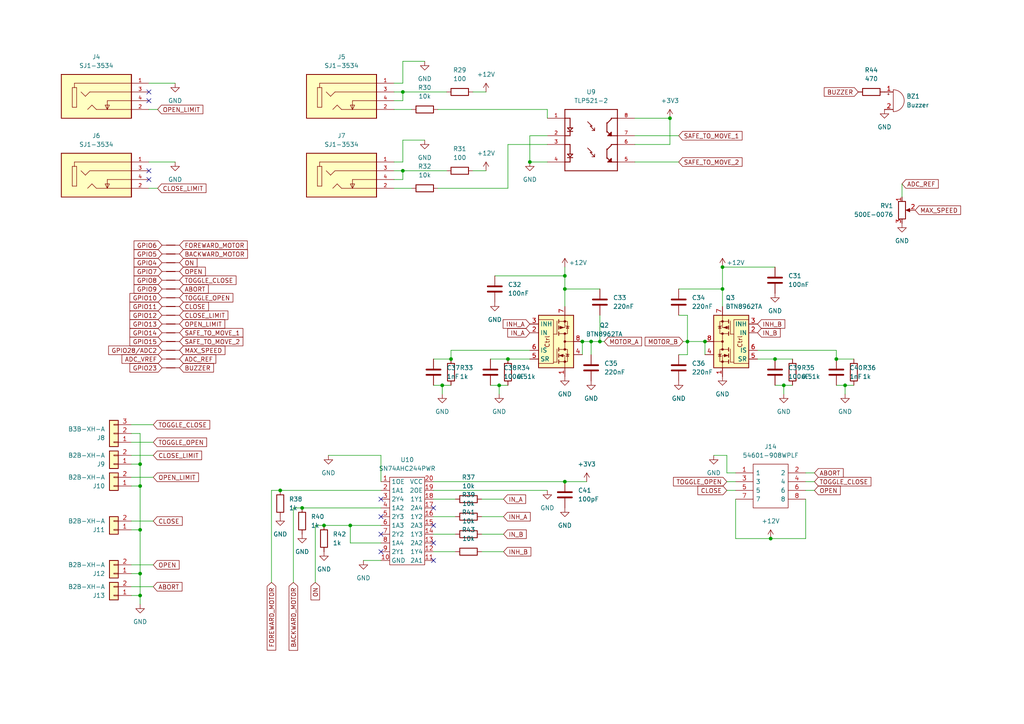
<source format=kicad_sch>
(kicad_sch (version 20211123) (generator eeschema)
  (paper "A4")
  (lib_symbols
    (symbol "01-rickbassham:54601-908WPLF" (pin_names (offset 0.762))
      (property "Reference" "J" (at 16.51 7.62 0))
      (property "Value" "54601-908WPLF" (at 16.51 5.08 0))
      (symbol "54601-908WPLF_0_0"
        (pin passive line (at 0 0 0) (length 5.08) (name "1") (number "1"))
        (pin passive line (at 20.32 0 180) (length 5.08) (name "2") (number "2"))
        (pin passive line (at 0 -2.54 0) (length 5.08) (name "3") (number "3"))
        (pin passive line (at 20.32 -2.54 180) (length 5.08) (name "4") (number "4"))
        (pin passive line (at 0 -5.08 0) (length 5.08) (name "5") (number "5"))
        (pin passive line (at 20.32 -5.08 180) (length 5.08) (name "6") (number "6"))
        (pin passive line (at 0 -7.62 0) (length 5.08) (name "7") (number "7"))
        (pin passive line (at 20.32 -7.62 180) (length 5.08) (name "8") (number "8"))
      )
    )
    (symbol "01-rickbassham:BTN8982TA"
      (property "Reference" "Q" (at 6.35 5.715 0))
      (property "Value" "BTN8982TA" (at 6.35 3.81 0))
      (symbol "BTN8982TA_1_0"
        (text "Ctrl" (at -2.54 0 900) (effects (font (size 1.27 1.27))))
      )
      (symbol "BTN8982TA_1_1"
        (pin power_in line (at 2.54 -10.16 90) (length 2.54) (name "~") (number "1"))
        (pin input line (at -7.62 2.54 0) (length 2.54) (name "IN") (number "2"))
        (pin input line (at -7.62 5.08 0) (length 2.54) (name "INH") (number "3"))
        (pin output line (at 7.62 -3.81 180) (length 2.54) (name "") (number "4"))
        (pin passive line (at 7.62 0 180) (length 2.54) hide (name "~") (number "4"))
        (pin input line (at -7.62 -5.08 0) (length 2.54) (name "SR") (number "5"))
        (pin output line (at -7.62 -2.54 0) (length 2.54) (name "IS") (number "6"))
        (pin power_in line (at 2.54 10.16 270) (length 2.54) (name "~") (number "7"))
        (pin passive line (at 7.62 0 180) (length 2.54) (name "~") (number "8"))
      )
    )
    (symbol "01-rickbassham:SJ1-3534" (pin_names (offset 1.016) hide)
      (property "Reference" "J" (at -10.16 7.62 0))
      (property "Value" "SJ1-3534" (at -10.16 -12.7 0))
      (symbol "SJ1-3534_0_0"
        (pin passive line (at 15.24 2.54 180) (length 5.08) (name "~") (number "1"))
        (pin passive line (at 15.24 -5.08 180) (length 5.08) (name "~") (number "2"))
        (pin passive line (at 15.24 0 180) (length 5.08) (name "~") (number "3"))
        (pin passive line (at 15.24 -2.54 180) (length 5.08) (name "~") (number "4"))
      )
    )
    (symbol "01-rickbassham:SN74AHC244PWR"
      (property "Reference" "U" (at 0 0 0))
      (property "Value" "SN74AHC244PWR" (at 0 2.54 0))
      (symbol "SN74AHC244PWR_1_1"
        (pin input line (at -7.62 -3.81 0) (length 2.54) (name "1OE") (number "1"))
        (pin passive line (at -7.62 -26.67 0) (length 2.54) (name "GND") (number "10"))
        (pin input line (at 7.62 -26.67 180) (length 2.54) (name "2A1") (number "11"))
        (pin output line (at 7.62 -24.13 180) (length 2.54) (name "1Y4") (number "12"))
        (pin input line (at 7.62 -21.59 180) (length 2.54) (name "2A2") (number "13"))
        (pin output line (at 7.62 -19.05 180) (length 2.54) (name "1Y3") (number "14"))
        (pin input line (at 7.62 -16.51 180) (length 2.54) (name "2A3") (number "15"))
        (pin output line (at 7.62 -13.97 180) (length 2.54) (name "1Y2") (number "16"))
        (pin input line (at 7.62 -11.43 180) (length 2.54) (name "2A4") (number "17"))
        (pin output line (at 7.62 -8.89 180) (length 2.54) (name "1Y1") (number "18"))
        (pin input line (at 7.62 -6.35 180) (length 2.54) (name "2OE") (number "19"))
        (pin input line (at -7.62 -6.35 0) (length 2.54) (name "1A1") (number "2"))
        (pin passive line (at 7.62 -3.81 180) (length 2.54) (name "VCC") (number "20"))
        (pin output line (at -7.62 -8.89 0) (length 2.54) (name "2Y4") (number "3"))
        (pin input line (at -7.62 -11.43 0) (length 2.54) (name "1A2") (number "4"))
        (pin output line (at -7.62 -13.97 0) (length 2.54) (name "2Y3") (number "5"))
        (pin input line (at -7.62 -16.51 0) (length 2.54) (name "1A3") (number "6"))
        (pin output line (at -7.62 -19.05 0) (length 2.54) (name "2Y2") (number "7"))
        (pin input line (at -7.62 -21.59 0) (length 2.54) (name "1A4") (number "8"))
        (pin output line (at -7.62 -24.13 0) (length 2.54) (name "2Y1") (number "9"))
      )
    )
    (symbol "01-rickbassham:TLP521-2" (pin_names (offset 1.016) hide)
      (property "Reference" "U" (at -7.62 10.16 0))
      (property "Value" "TLP521-2" (at -7.62 -10.16 0))
      (symbol "TLP521-2_0_0"
        (pin passive line (at -12.7 7.62 0) (length 5.08) (name "~") (number "1"))
        (pin passive line (at -12.7 2.54 0) (length 5.08) (name "~") (number "2"))
        (pin passive line (at -12.7 0 0) (length 5.08) (name "~") (number "3"))
        (pin passive line (at -12.7 -5.08 0) (length 5.08) (name "~") (number "4"))
        (pin passive line (at 12.7 -5.08 180) (length 5.08) (name "~") (number "5"))
        (pin passive line (at 12.7 0 180) (length 5.08) (name "~") (number "6"))
        (pin passive line (at 12.7 2.54 180) (length 5.08) (name "~") (number "7"))
        (pin passive line (at 12.7 7.62 180) (length 5.08) (name "~") (number "8"))
      )
    )
    (symbol "Connector_Generic:Conn_01x02" (pin_names (offset 1.016) hide)
      (property "Reference" "J" (at 0 2.54 0))
      (property "Value" "Conn_01x02" (at 0 -5.08 0))
      (symbol "Conn_01x02_1_1"
        (pin passive line (at -5.08 0 0) (length 3.81) (name "Pin_1") (number "1"))
        (pin passive line (at -5.08 -2.54 0) (length 3.81) (name "Pin_2") (number "2"))
      )
    )
    (symbol "Connector_Generic:Conn_01x03" (pin_names (offset 1.016) hide)
      (property "Reference" "J" (at 0 5.08 0))
      (property "Value" "Conn_01x03" (at 0 -5.08 0))
      (symbol "Conn_01x03_1_1"
        (pin passive line (at -5.08 2.54 0) (length 3.81) (name "Pin_1") (number "1"))
        (pin passive line (at -5.08 0 0) (length 3.81) (name "Pin_2") (number "2"))
        (pin passive line (at -5.08 -2.54 0) (length 3.81) (name "Pin_3") (number "3"))
      )
    )
    (symbol "Device:Buzzer" (pin_names (offset 0.0254) hide)
      (property "Reference" "BZ" (at 3.81 1.27 0))
      (property "Value" "Buzzer" (at 3.81 -1.27 0))
      (symbol "Buzzer_1_1"
        (pin passive line (at -2.54 2.54 0) (length 2.54) (name "-") (number "1"))
        (pin passive line (at -2.54 -2.54 0) (length 2.54) (name "+") (number "2"))
      )
    )
    (symbol "Device:C" (pin_numbers hide) (pin_names (offset 0.254))
      (property "Reference" "C" (at 0.635 2.54 0))
      (property "Value" "C" (at 0.635 -2.54 0))
      (symbol "C_1_1"
        (pin passive line (at 0 3.81 270) (length 2.794) (name "~") (number "1"))
        (pin passive line (at 0 -3.81 90) (length 2.794) (name "~") (number "2"))
      )
    )
    (symbol "Device:NetTie_2" (pin_numbers hide) (pin_names (offset 0) hide)
      (property "Reference" "NT" (at 0 1.27 0))
      (property "Value" "NetTie_2" (at 0 -1.27 0))
      (symbol "NetTie_2_1_1"
        (pin passive line (at -2.54 0 0) (length 2.54) (name "1") (number "1"))
        (pin passive line (at 2.54 0 180) (length 2.54) (name "2") (number "2"))
      )
    )
    (symbol "Device:R" (pin_numbers hide) (pin_names (offset 0))
      (property "Reference" "R" (at 2.032 0 90))
      (property "Value" "R" (at 0 0 90))
      (symbol "R_1_1"
        (pin passive line (at 0 3.81 270) (length 1.27) (name "~") (number "1"))
        (pin passive line (at 0 -3.81 90) (length 1.27) (name "~") (number "2"))
      )
    )
    (symbol "Device:R_Potentiometer" (pin_names (offset 1.016) hide)
      (property "Reference" "RV" (at -4.445 0 90))
      (property "Value" "R_Potentiometer" (at -2.54 0 90))
      (symbol "R_Potentiometer_1_1"
        (pin passive line (at 0 3.81 270) (length 1.27) (name "1") (number "1"))
        (pin passive line (at 3.81 0 180) (length 1.27) (name "2") (number "2"))
        (pin passive line (at 0 -3.81 90) (length 1.27) (name "3") (number "3"))
      )
    )
    (symbol "power:+12V" (power) (pin_names (offset 0))
      (property "Value" "+12V" (at 0 3.556 0))
      (symbol "+12V_1_1"
        (pin power_in line (at 0 0 90) (length 0) hide (name "+12V") (number "1"))
      )
    )
    (symbol "power:+3.3V" (power) (pin_names (offset 0))
      (property "Value" "+3.3V" (at 0 3.556 0))
      (symbol "+3.3V_1_1"
        (pin power_in line (at 0 0 90) (length 0) hide (name "+3V3") (number "1"))
      )
    )
    (symbol "power:GND" (power) (pin_names (offset 0))
      (property "Value" "GND" (at 0 -3.81 0))
      (symbol "GND_1_1"
        (pin power_in line (at 0 0 270) (length 0) hide (name "GND") (number "1"))
      )
    )
  )
  (junction (at 171.45 99.06))
  (junction (at 223.52 156.21))
  (junction (at 81.28 142.24))
  (junction (at 128.27 111.76))
  (junction (at 87.63 147.32))
  (junction (at 116.84 49.53))
  (junction (at 242.57 104.14))
  (junction (at 163.83 80.01))
  (junction (at 153.67 46.99))
  (junction (at 101.6 152.4))
  (junction (at 40.64 166.37))
  (junction (at 144.78 111.76))
  (junction (at 204.47 99.06))
  (junction (at 209.55 77.47))
  (junction (at 168.91 99.06))
  (junction (at 116.84 26.67))
  (junction (at 227.33 111.76))
  (junction (at 93.98 152.4))
  (junction (at 40.64 134.62))
  (junction (at 147.32 104.14))
  (junction (at 40.64 153.67))
  (junction (at 209.55 83.82))
  (junction (at 194.31 34.29))
  (junction (at 163.83 83.82))
  (junction (at 224.79 104.14))
  (junction (at 173.99 99.06))
  (junction (at 40.64 140.97))
  (junction (at 130.81 104.14))
  (junction (at 40.64 172.72))
  (junction (at 245.11 111.76))
  (junction (at 163.83 139.7))
  (junction (at 199.39 99.06))
  (no_connect (at 43.18 29.21))
  (no_connect (at 110.49 149.86))
  (no_connect (at 125.73 157.48))
  (no_connect (at 43.18 49.53))
  (no_connect (at 125.73 147.32))
  (no_connect (at 43.18 26.67))
  (no_connect (at 43.18 52.07))
  (no_connect (at 110.49 160.02))
  (no_connect (at 125.73 152.4))
  (no_connect (at 110.49 154.94))
  (no_connect (at 125.73 162.56))
  (no_connect (at 110.49 144.78))
  (wire (pts (xy 163.83 83.82) (xy 163.83 88.9)))
  (wire (pts (xy 110.49 157.48) (xy 101.6 157.48)))
  (wire (pts (xy 196.85 91.44) (xy 199.39 91.44)))
  (wire (pts (xy 114.3 46.99) (xy 116.84 46.99)))
  (wire (pts (xy 147.32 54.61) (xy 147.32 41.91)))
  (wire (pts (xy 144.78 111.76) (xy 144.78 114.3)))
  (wire (pts (xy 125.73 142.24) (xy 158.75 142.24)))
  (wire (pts (xy 78.74 168.91) (xy 78.74 142.24)))
  (wire (pts (xy 114.3 24.13) (xy 116.84 24.13)))
  (wire (pts (xy 219.71 104.14) (xy 224.79 104.14)))
  (wire (pts (xy 168.91 99.06) (xy 171.45 99.06)))
  (wire (pts (xy 95.25 132.08) (xy 110.49 132.08)))
  (wire (pts (xy 101.6 157.48) (xy 101.6 152.4)))
  (wire (pts (xy 209.55 77.47) (xy 209.55 83.82)))
  (wire (pts (xy 125.73 160.02) (xy 132.08 160.02)))
  (wire (pts (xy 163.83 83.82) (xy 173.99 83.82)))
  (wire (pts (xy 198.12 99.06) (xy 199.39 99.06)))
  (wire (pts (xy 209.55 77.47) (xy 224.79 77.47)))
  (wire (pts (xy 110.49 132.08) (xy 110.49 139.7)))
  (wire (pts (xy 142.24 111.76) (xy 144.78 111.76)))
  (wire (pts (xy 125.73 111.76) (xy 128.27 111.76)))
  (wire (pts (xy 38.1 163.83) (xy 44.45 163.83)))
  (wire (pts (xy 139.7 160.02) (xy 146.05 160.02)))
  (wire (pts (xy 213.36 156.21) (xy 223.52 156.21)))
  (wire (pts (xy 261.62 53.34) (xy 261.62 57.15)))
  (wire (pts (xy 173.99 99.06) (xy 175.26 99.06)))
  (wire (pts (xy 125.73 149.86) (xy 132.08 149.86)))
  (wire (pts (xy 137.16 49.53) (xy 140.97 49.53)))
  (wire (pts (xy 210.82 132.08) (xy 207.01 132.08)))
  (wire (pts (xy 125.73 139.7) (xy 163.83 139.7)))
  (wire (pts (xy 125.73 104.14) (xy 130.81 104.14)))
  (wire (pts (xy 168.91 99.06) (xy 168.91 102.87)))
  (wire (pts (xy 38.1 166.37) (xy 40.64 166.37)))
  (wire (pts (xy 173.99 91.44) (xy 173.99 99.06)))
  (wire (pts (xy 204.47 99.06) (xy 204.47 102.87)))
  (wire (pts (xy 91.44 168.91) (xy 91.44 152.4)))
  (wire (pts (xy 199.39 91.44) (xy 199.39 99.06)))
  (wire (pts (xy 43.18 46.99) (xy 50.8 46.99)))
  (wire (pts (xy 242.57 104.14) (xy 247.65 104.14)))
  (wire (pts (xy 196.85 46.99) (xy 184.15 46.99)))
  (wire (pts (xy 40.64 172.72) (xy 40.64 175.26)))
  (wire (pts (xy 114.3 26.67) (xy 116.84 26.67)))
  (wire (pts (xy 171.45 99.06) (xy 171.45 102.87)))
  (wire (pts (xy 105.41 162.56) (xy 110.49 162.56)))
  (wire (pts (xy 38.1 138.43) (xy 44.45 138.43)))
  (wire (pts (xy 210.82 137.16) (xy 213.36 137.16)))
  (wire (pts (xy 114.3 31.75) (xy 119.38 31.75)))
  (wire (pts (xy 116.84 29.21) (xy 116.84 26.67)))
  (wire (pts (xy 233.68 144.78) (xy 233.68 156.21)))
  (wire (pts (xy 130.81 101.6) (xy 130.81 104.14)))
  (wire (pts (xy 153.67 46.99) (xy 158.75 46.99)))
  (wire (pts (xy 40.64 153.67) (xy 40.64 166.37)))
  (wire (pts (xy 116.84 26.67) (xy 129.54 26.67)))
  (wire (pts (xy 38.1 123.19) (xy 44.45 123.19)))
  (wire (pts (xy 245.11 111.76) (xy 247.65 111.76)))
  (wire (pts (xy 91.44 152.4) (xy 93.98 152.4)))
  (wire (pts (xy 147.32 41.91) (xy 158.75 41.91)))
  (wire (pts (xy 171.45 99.06) (xy 173.99 99.06)))
  (wire (pts (xy 153.67 39.37) (xy 153.67 46.99)))
  (wire (pts (xy 140.97 26.67) (xy 137.16 26.67)))
  (wire (pts (xy 85.09 168.91) (xy 85.09 147.32)))
  (wire (pts (xy 153.67 101.6) (xy 130.81 101.6)))
  (wire (pts (xy 43.18 24.13) (xy 50.8 24.13)))
  (wire (pts (xy 163.83 80.01) (xy 163.83 83.82)))
  (wire (pts (xy 210.82 137.16) (xy 210.82 132.08)))
  (wire (pts (xy 116.84 17.78) (xy 123.19 17.78)))
  (wire (pts (xy 139.7 149.86) (xy 146.05 149.86)))
  (wire (pts (xy 101.6 152.4) (xy 110.49 152.4)))
  (wire (pts (xy 114.3 54.61) (xy 119.38 54.61)))
  (wire (pts (xy 163.83 77.47) (xy 163.83 80.01)))
  (wire (pts (xy 38.1 170.18) (xy 44.45 170.18)))
  (wire (pts (xy 209.55 83.82) (xy 209.55 88.9)))
  (wire (pts (xy 43.18 31.75) (xy 45.72 31.75)))
  (wire (pts (xy 242.57 101.6) (xy 242.57 104.14)))
  (wire (pts (xy 127 54.61) (xy 147.32 54.61)))
  (wire (pts (xy 128.27 111.76) (xy 128.27 114.3)))
  (wire (pts (xy 227.33 111.76) (xy 229.87 111.76)))
  (wire (pts (xy 38.1 128.27) (xy 44.45 128.27)))
  (wire (pts (xy 43.18 54.61) (xy 45.72 54.61)))
  (wire (pts (xy 196.85 102.87) (xy 199.39 102.87)))
  (wire (pts (xy 194.31 34.29) (xy 194.31 41.91)))
  (wire (pts (xy 38.1 125.73) (xy 40.64 125.73)))
  (wire (pts (xy 219.71 101.6) (xy 242.57 101.6)))
  (wire (pts (xy 139.7 154.94) (xy 146.05 154.94)))
  (wire (pts (xy 38.1 132.08) (xy 44.45 132.08)))
  (wire (pts (xy 40.64 125.73) (xy 40.64 134.62)))
  (wire (pts (xy 223.52 156.21) (xy 233.68 156.21)))
  (wire (pts (xy 210.82 142.24) (xy 213.36 142.24)))
  (wire (pts (xy 38.1 153.67) (xy 40.64 153.67)))
  (wire (pts (xy 125.73 154.94) (xy 132.08 154.94)))
  (wire (pts (xy 78.74 142.24) (xy 81.28 142.24)))
  (wire (pts (xy 114.3 49.53) (xy 116.84 49.53)))
  (wire (pts (xy 81.28 142.24) (xy 110.49 142.24)))
  (wire (pts (xy 40.64 140.97) (xy 40.64 153.67)))
  (wire (pts (xy 128.27 111.76) (xy 130.81 111.76)))
  (wire (pts (xy 233.68 139.7) (xy 236.22 139.7)))
  (wire (pts (xy 38.1 151.13) (xy 44.45 151.13)))
  (wire (pts (xy 233.68 137.16) (xy 236.22 137.16)))
  (wire (pts (xy 116.84 40.64) (xy 123.19 40.64)))
  (wire (pts (xy 224.79 104.14) (xy 229.87 104.14)))
  (wire (pts (xy 38.1 140.97) (xy 40.64 140.97)))
  (wire (pts (xy 127 31.75) (xy 158.75 31.75)))
  (wire (pts (xy 210.82 139.7) (xy 213.36 139.7)))
  (wire (pts (xy 196.85 83.82) (xy 209.55 83.82)))
  (wire (pts (xy 199.39 99.06) (xy 204.47 99.06)))
  (wire (pts (xy 213.36 144.78) (xy 213.36 156.21)))
  (wire (pts (xy 38.1 172.72) (xy 40.64 172.72)))
  (wire (pts (xy 184.15 39.37) (xy 196.85 39.37)))
  (wire (pts (xy 158.75 31.75) (xy 158.75 34.29)))
  (wire (pts (xy 163.83 139.7) (xy 170.18 139.7)))
  (wire (pts (xy 87.63 147.32) (xy 110.49 147.32)))
  (wire (pts (xy 158.75 39.37) (xy 153.67 39.37)))
  (wire (pts (xy 184.15 34.29) (xy 194.31 34.29)))
  (wire (pts (xy 142.24 104.14) (xy 147.32 104.14)))
  (wire (pts (xy 38.1 134.62) (xy 40.64 134.62)))
  (wire (pts (xy 245.11 111.76) (xy 245.11 114.3)))
  (wire (pts (xy 147.32 104.14) (xy 153.67 104.14)))
  (wire (pts (xy 224.79 111.76) (xy 227.33 111.76)))
  (wire (pts (xy 116.84 52.07) (xy 116.84 49.53)))
  (wire (pts (xy 116.84 24.13) (xy 116.84 17.78)))
  (wire (pts (xy 40.64 166.37) (xy 40.64 172.72)))
  (wire (pts (xy 242.57 111.76) (xy 245.11 111.76)))
  (wire (pts (xy 144.78 111.76) (xy 147.32 111.76)))
  (wire (pts (xy 143.51 80.01) (xy 163.83 80.01)))
  (wire (pts (xy 93.98 152.4) (xy 101.6 152.4)))
  (wire (pts (xy 199.39 102.87) (xy 199.39 99.06)))
  (wire (pts (xy 125.73 144.78) (xy 132.08 144.78)))
  (wire (pts (xy 116.84 46.99) (xy 116.84 40.64)))
  (wire (pts (xy 233.68 142.24) (xy 236.22 142.24)))
  (wire (pts (xy 40.64 134.62) (xy 40.64 140.97)))
  (wire (pts (xy 114.3 52.07) (xy 116.84 52.07)))
  (wire (pts (xy 139.7 144.78) (xy 146.05 144.78)))
  (wire (pts (xy 114.3 29.21) (xy 116.84 29.21)))
  (wire (pts (xy 184.15 41.91) (xy 194.31 41.91)))
  (wire (pts (xy 116.84 49.53) (xy 129.54 49.53)))
  (wire (pts (xy 227.33 111.76) (xy 227.33 114.3)))
  (wire (pts (xy 85.09 147.32) (xy 87.63 147.32)))
  (global_label "GPIO11" (shape input) (at 46.99 88.9 180) (property "Intersheet References" "${INTERSHEET_REFS}" (effects hide)))
  (global_label "GPIO8" (shape input) (at 46.99 81.28 180) (property "Intersheet References" "${INTERSHEET_REFS}" (effects hide)))
  (global_label "BUZZER" (shape input) (at 248.92 26.67 180) (property "Intersheet References" "${INTERSHEET_REFS}" (effects hide)))
  (global_label "INH_A" (shape input) (at 153.67 93.98 180) (property "Intersheet References" "${INTERSHEET_REFS}" (effects hide)))
  (global_label "GPIO9" (shape input) (at 46.99 83.82 180) (property "Intersheet References" "${INTERSHEET_REFS}" (effects hide)))
  (global_label "TOGGLE_OPEN" (shape input) (at 210.82 139.7 180) (property "Intersheet References" "${INTERSHEET_REFS}" (effects hide)))
  (global_label "CLOSE_LIMIT" (shape input) (at 45.72 54.61 0) (property "Intersheet References" "${INTERSHEET_REFS}" (effects hide)))
  (global_label "BUZZER" (shape input) (at 52.07 106.68 0) (property "Intersheet References" "${INTERSHEET_REFS}" (effects hide)))
  (global_label "MOTOR_A" (shape input) (at 175.26 99.06 0) (property "Intersheet References" "${INTERSHEET_REFS}" (effects hide)))
  (global_label "TOGGLE_CLOSE" (shape input) (at 236.22 139.7 0) (property "Intersheet References" "${INTERSHEET_REFS}" (effects hide)))
  (global_label "ABORT" (shape input) (at 44.45 170.18 0) (property "Intersheet References" "${INTERSHEET_REFS}" (effects hide)))
  (global_label "FOREWARD_MOTOR" (shape input) (at 52.07 71.12 0) (property "Intersheet References" "${INTERSHEET_REFS}" (effects hide)))
  (global_label "MOTOR_B" (shape input) (at 198.12 99.06 180) (property "Intersheet References" "${INTERSHEET_REFS}" (effects hide)))
  (global_label "INH_B" (shape input) (at 219.71 93.98 0) (property "Intersheet References" "${INTERSHEET_REFS}" (effects hide)))
  (global_label "CLOSE_LIMIT" (shape input) (at 44.45 132.08 0) (property "Intersheet References" "${INTERSHEET_REFS}" (effects hide)))
  (global_label "ADC_VREF" (shape input) (at 46.99 104.14 180) (property "Intersheet References" "${INTERSHEET_REFS}" (effects hide)))
  (global_label "ON" (shape input) (at 52.07 76.2 0) (property "Intersheet References" "${INTERSHEET_REFS}" (effects hide)))
  (global_label "CLOSE_LIMIT" (shape input) (at 52.07 91.44 0) (property "Intersheet References" "${INTERSHEET_REFS}" (effects hide)))
  (global_label "OPEN_LIMIT" (shape input) (at 44.45 138.43 0) (property "Intersheet References" "${INTERSHEET_REFS}" (effects hide)))
  (global_label "TOGGLE_CLOSE" (shape input) (at 52.07 81.28 0) (property "Intersheet References" "${INTERSHEET_REFS}" (effects hide)))
  (global_label "ADC_REF" (shape input) (at 52.07 104.14 0) (property "Intersheet References" "${INTERSHEET_REFS}" (effects hide)))
  (global_label "GPIO28{slash}ADC2" (shape input) (at 46.99 101.6 180) (property "Intersheet References" "${INTERSHEET_REFS}" (effects hide)))
  (global_label "SAFE_TO_MOVE_2" (shape input) (at 196.85 46.99 0) (property "Intersheet References" "${INTERSHEET_REFS}" (effects hide)))
  (global_label "CLOSE" (shape input) (at 52.07 88.9 0) (property "Intersheet References" "${INTERSHEET_REFS}" (effects hide)))
  (global_label "GPIO5" (shape input) (at 46.99 73.66 180) (property "Intersheet References" "${INTERSHEET_REFS}" (effects hide)))
  (global_label "GPIO12" (shape input) (at 46.99 91.44 180) (property "Intersheet References" "${INTERSHEET_REFS}" (effects hide)))
  (global_label "CLOSE" (shape input) (at 44.45 151.13 0) (property "Intersheet References" "${INTERSHEET_REFS}" (effects hide)))
  (global_label "GPIO6" (shape input) (at 46.99 71.12 180) (property "Intersheet References" "${INTERSHEET_REFS}" (effects hide)))
  (global_label "OPEN_LIMIT" (shape input) (at 52.07 93.98 0) (property "Intersheet References" "${INTERSHEET_REFS}" (effects hide)))
  (global_label "MAX_SPEED" (shape input) (at 52.07 101.6 0) (property "Intersheet References" "${INTERSHEET_REFS}" (effects hide)))
  (global_label "OPEN_LIMIT" (shape input) (at 45.72 31.75 0) (property "Intersheet References" "${INTERSHEET_REFS}" (effects hide)))
  (global_label "SAFE_TO_MOVE_1" (shape input) (at 196.85 39.37 0) (property "Intersheet References" "${INTERSHEET_REFS}" (effects hide)))
  (global_label "OPEN" (shape input) (at 52.07 78.74 0) (property "Intersheet References" "${INTERSHEET_REFS}" (effects hide)))
  (global_label "FOREWARD_MOTOR" (shape input) (at 78.74 168.91 270) (property "Intersheet References" "${INTERSHEET_REFS}" (effects hide)))
  (global_label "GPIO14" (shape input) (at 46.99 96.52 180) (property "Intersheet References" "${INTERSHEET_REFS}" (effects hide)))
  (global_label "OPEN" (shape input) (at 44.45 163.83 0) (property "Intersheet References" "${INTERSHEET_REFS}" (effects hide)))
  (global_label "GPIO13" (shape input) (at 46.99 93.98 180) (property "Intersheet References" "${INTERSHEET_REFS}" (effects hide)))
  (global_label "GPIO7" (shape input) (at 46.99 78.74 180) (property "Intersheet References" "${INTERSHEET_REFS}" (effects hide)))
  (global_label "CLOSE" (shape input) (at 210.82 142.24 180) (property "Intersheet References" "${INTERSHEET_REFS}" (effects hide)))
  (global_label "GPIO23" (shape input) (at 46.99 106.68 180) (property "Intersheet References" "${INTERSHEET_REFS}" (effects hide)))
  (global_label "GPIO10" (shape input) (at 46.99 86.36 180) (property "Intersheet References" "${INTERSHEET_REFS}" (effects hide)))
  (global_label "GPIO4" (shape input) (at 46.99 76.2 180) (property "Intersheet References" "${INTERSHEET_REFS}" (effects hide)))
  (global_label "OPEN" (shape input) (at 236.22 142.24 0) (property "Intersheet References" "${INTERSHEET_REFS}" (effects hide)))
  (global_label "IN_A" (shape input) (at 146.05 144.78 0) (property "Intersheet References" "${INTERSHEET_REFS}" (effects hide)))
  (global_label "ON" (shape input) (at 91.44 168.91 270) (property "Intersheet References" "${INTERSHEET_REFS}" (effects hide)))
  (global_label "SAFE_TO_MOVE_2" (shape input) (at 52.07 99.06 0) (property "Intersheet References" "${INTERSHEET_REFS}" (effects hide)))
  (global_label "BACKWARD_MOTOR" (shape input) (at 85.09 168.91 270) (property "Intersheet References" "${INTERSHEET_REFS}" (effects hide)))
  (global_label "IN_A" (shape input) (at 153.67 96.52 180) (property "Intersheet References" "${INTERSHEET_REFS}" (effects hide)))
  (global_label "BACKWARD_MOTOR" (shape input) (at 52.07 73.66 0) (property "Intersheet References" "${INTERSHEET_REFS}" (effects hide)))
  (global_label "ABORT" (shape input) (at 52.07 83.82 0) (property "Intersheet References" "${INTERSHEET_REFS}" (effects hide)))
  (global_label "GPIO15" (shape input) (at 46.99 99.06 180) (property "Intersheet References" "${INTERSHEET_REFS}" (effects hide)))
  (global_label "ABORT" (shape input) (at 236.22 137.16 0) (property "Intersheet References" "${INTERSHEET_REFS}" (effects hide)))
  (global_label "INH_B" (shape input) (at 146.05 160.02 0) (property "Intersheet References" "${INTERSHEET_REFS}" (effects hide)))
  (global_label "SAFE_TO_MOVE_1" (shape input) (at 52.07 96.52 0) (property "Intersheet References" "${INTERSHEET_REFS}" (effects hide)))
  (global_label "TOGGLE_OPEN" (shape input) (at 44.45 128.27 0) (property "Intersheet References" "${INTERSHEET_REFS}" (effects hide)))
  (global_label "MAX_SPEED" (shape input) (at 265.43 60.96 0) (property "Intersheet References" "${INTERSHEET_REFS}" (effects hide)))
  (global_label "TOGGLE_OPEN" (shape input) (at 52.07 86.36 0) (property "Intersheet References" "${INTERSHEET_REFS}" (effects hide)))
  (global_label "IN_B" (shape input) (at 219.71 96.52 0) (property "Intersheet References" "${INTERSHEET_REFS}" (effects hide)))
  (global_label "INH_A" (shape input) (at 146.05 149.86 0) (property "Intersheet References" "${INTERSHEET_REFS}" (effects hide)))
  (global_label "ADC_REF" (shape input) (at 261.62 53.34 0) (property "Intersheet References" "${INTERSHEET_REFS}" (effects hide)))
  (global_label "TOGGLE_CLOSE" (shape input) (at 44.45 123.19 0) (property "Intersheet References" "${INTERSHEET_REFS}" (effects hide)))
  (global_label "IN_B" (shape input) (at 146.05 154.94 0) (property "Intersheet References" "${INTERSHEET_REFS}" (effects hide)))
  (symbol (lib_id "Device:R") (at 229.87 107.95 0) (unit 1)
    (property "Reference" "R35" (at 232.41 106.6799 0) (effects (justify left)))
    (property "Value" "0.51k" (at 232.41 109.2199 0) (effects (justify left)))
    (property "Footprint" "Resistor_SMD:R_0402_1005Metric" (effects hide))
    (property "jlc" "0603" (effects hide))
    (property "LCSC" "C25123" (effects hide))
  )
  (symbol (lib_id "power:GND") (at 123.19 17.78 0) (unit 1)
    (property "Reference" "#PWR056" (effects hide))
    (property "Value" "GND" (at 123.19 22.86 0))
  )
  (symbol (lib_id "01-rickbassham:54601-908WPLF") (at 213.36 137.16 0) (unit 1)
    (property "Reference" "J14" (at 223.52 129.54 0))
    (property "Value" "54601-908WPLF" (at 223.52 132.08 0))
    (property "Footprint" "01-rickbassham:54601908WPLF" (effects hide))
    (property "Datasheet" "https://cdn.amphenol-cs.com/media/wysiwyg/files/documentation/datasheet/inputoutput/io_modularjack.pdf" (effects hide))
    (property "PurchaseLink" "https://www.digikey.com/en/products/detail/amphenol-cs-fci/54601-908WPLF/1488544" (effects hide))
    (property "Manufacturer Part" "54601-908WPLF" (effects hide))
    (property "DigiKey Part" "609-5081-ND" (effects hide))
  )
  (symbol (lib_id "power:GND") (at 158.75 142.24 0) (unit 1)
    (property "Reference" "#PWR084" (effects hide))
    (property "Value" "GND" (at 158.75 147.32 0))
  )
  (symbol (lib_id "power:GND") (at 40.64 175.26 0) (unit 1)
    (property "Reference" "#PWR090" (effects hide))
    (property "Value" "GND" (at 40.64 180.34 0))
  )
  (symbol (lib_id "Device:NetTie_2") (at 49.53 101.6 0) (unit 1)
    (property "Reference" "NT13" (effects hide))
    (property "Value" "NetTie_2" (effects hide))
    (property "Footprint" "NetTie:NetTie-2_SMD_Pad0.5mm" (effects hide))
  )
  (symbol (lib_id "01-rickbassham:SJ1-3534") (at 99.06 26.67 0) (unit 1)
    (property "Reference" "J5" (at 99.06 16.51 0))
    (property "Value" "SJ1-3534" (at 99.06 19.05 0))
    (property "Footprint" "01-rickbassham:CUI_SJ1-3534" (effects hide))
    (property "PurchaseLink" "https://www.digikey.com/en/products/detail/cui-devices/SJ1-3534/738694" (effects hide))
    (property "Manufacturer Part" "SJ1-3534" (effects hide))
    (property "DigiKey Part" "CP1-3534-ND" (effects hide))
  )
  (symbol (lib_id "Device:R") (at 247.65 107.95 0) (unit 1)
    (property "Reference" "R36" (at 250.19 106.6799 0) (effects (justify left)))
    (property "Value" "1k" (at 250.19 109.2199 0) (effects (justify left)))
    (property "Footprint" "Resistor_SMD:R_0402_1005Metric" (effects hide))
    (property "jlc" "0603" (effects hide))
    (property "lcsc" "C217840" (effects hide))
    (property "LCSC" "C11702" (effects hide))
  )
  (symbol (lib_id "Device:C") (at 196.85 87.63 0) (unit 1)
    (property "Reference" "C34" (at 200.66 86.3599 0) (effects (justify left)))
    (property "Value" "220nF" (at 200.66 88.8999 0) (effects (justify left)))
    (property "Footprint" "Capacitor_SMD:C_0603_1608Metric" (effects hide))
    (property "jlc" "0603" (effects hide))
    (property "LCSC" "C21120" (effects hide))
  )
  (symbol (lib_id "Device:R") (at 135.89 149.86 270) (unit 1)
    (property "Reference" "R39" (at 135.89 143.51 90))
    (property "Value" "10k" (at 135.89 146.05 90))
    (property "Footprint" "Resistor_SMD:R_0402_1005Metric" (effects hide))
    (property "jlc" "0603" (effects hide))
    (property "LCSC" "C25744" (effects hide))
  )
  (symbol (lib_id "power:GND") (at 50.8 24.13 0) (unit 1)
    (property "Reference" "#PWR057" (effects hide))
    (property "Value" "GND" (at 50.8 29.21 0))
  )
  (symbol (lib_id "power:GND") (at 143.51 87.63 0) (unit 1)
    (property "Reference" "#PWR073" (effects hide))
    (property "Value" "GND" (at 143.51 92.71 0))
  )
  (symbol (lib_id "Device:NetTie_2") (at 49.53 93.98 0) (unit 1)
    (property "Reference" "NT10" (effects hide))
    (property "Value" "NetTie_2" (effects hide))
    (property "Footprint" "NetTie:NetTie-2_SMD_Pad0.5mm" (effects hide))
  )
  (symbol (lib_id "Device:R") (at 81.28 146.05 180) (unit 1)
    (property "Reference" "R38" (at 83.82 144.7799 0) (effects (justify right)))
    (property "Value" "1k" (at 83.82 147.3199 0) (effects (justify right)))
    (property "Footprint" "Resistor_SMD:R_0402_1005Metric" (effects hide))
    (property "jlc" "0603" (effects hide))
    (property "lcsc" "C217840" (effects hide))
    (property "LCSC" "C11702" (effects hide))
  )
  (symbol (lib_id "power:GND") (at 224.79 85.09 0) (unit 1)
    (property "Reference" "#PWR072" (effects hide))
    (property "Value" "GND" (at 224.79 90.17 0))
  )
  (symbol (lib_id "power:+3.3V") (at 170.18 139.7 0) (unit 1)
    (property "Reference" "#PWR0103" (effects hide))
    (property "Value" "+3.3V" (at 170.18 134.62 0))
  )
  (symbol (lib_id "Device:Buzzer") (at 259.08 29.21 0) (unit 1)
    (property "Reference" "BZ1" (at 262.89 27.9399 0) (effects (justify left)))
    (property "Value" "Buzzer" (at 262.89 30.4799 0) (effects (justify left)))
    (property "Footprint" "01-rickbassham:AI-3035-TWT-3V-R" (effects hide))
    (property "Datasheet" "https://api.puiaudio.com/file/bd394950-896c-473e-be1e-e792110a9127.pdf" (effects hide))
    (property "DigiKey Part" "668-1204-ND" (effects hide))
    (property "Manufacturer Part" "AI-3035-TWT-3V-R" (effects hide))
    (property "PurchaseLink" "https://www.digikey.com/en/products/detail/pui-audio-inc/AI-3035-TWT-3V-R/1745457" (effects hide))
  )
  (symbol (lib_id "Device:C") (at 242.57 107.95 0) (unit 1)
    (property "Reference" "C40" (at 246.38 106.6799 0) (effects (justify left)))
    (property "Value" "1nF" (at 246.38 109.2199 0) (effects (justify left)))
    (property "Footprint" "Capacitor_SMD:C_0402_1005Metric" (effects hide))
    (property "jlc" "0603" (effects hide))
    (property "LCSC" "C1523" (effects hide))
  )
  (symbol (lib_id "01-rickbassham:BTN8982TA") (at 161.29 99.06 0) (unit 1)
    (property "Reference" "Q2" (at 175.26 94.361 0))
    (property "Value" "BTN8962TA" (at 175.26 96.901 0))
    (property "Footprint" "Package_TO_SOT_SMD:TO-263-7_TabPin8" (effects hide))
    (property "jlc" "TO-263-7" (effects hide))
    (property "lcsc" "C112630" (effects hide))
    (property "LCSC" "C112630" (effects hide))
  )
  (symbol (lib_id "power:GND") (at 227.33 114.3 0) (unit 1)
    (property "Reference" "#PWR080" (effects hide))
    (property "Value" "GND" (at 227.33 119.38 0))
  )
  (symbol (lib_id "Device:R") (at 133.35 26.67 90) (unit 1)
    (property "Reference" "R29" (at 133.35 20.32 90))
    (property "Value" "100" (at 133.35 22.86 90))
    (property "Footprint" "Resistor_SMD:R_0402_1005Metric" (effects hide))
    (property "PurchaseLink" "https://www.digikey.com/en/products/detail/vishay-beyschlag-draloric-bc-components/MBA02040C1000FCT00/5062182" (effects hide))
    (property "Manufacturer Part" "MBA02040C1000FCT00" (effects hide))
    (property "LCSC" "C25076" (effects hide))
  )
  (symbol (lib_id "01-rickbassham:SN74AHC244PWR") (at 118.11 135.89 0) (unit 1)
    (property "Reference" "U10" (at 118.11 133.35 0))
    (property "Value" "SN74AHC244PWR" (at 118.11 135.89 0))
    (property "Footprint" "Package_SO:TSSOP-20_4.4x6.5mm_P0.65mm" (effects hide))
    (property "jlc" "TSSOP20_44MM_065P" (effects hide))
    (property "lcsc" "C7475" (effects hide))
    (property "LCSC" "C7475" (effects hide))
  )
  (symbol (lib_id "Device:R") (at 123.19 54.61 90) (unit 1)
    (property "Reference" "R32" (at 123.19 48.26 90))
    (property "Value" "10k" (at 123.19 50.8 90))
    (property "Footprint" "Resistor_SMD:R_0402_1005Metric" (effects hide))
    (property "PurchaseLink" "https://www.digikey.com/en/products/detail/vishay-beyschlag-draloric-bc-components/MRS16000C1002FRP00/5063735" (effects hide))
    (property "Manufacturer Part" "MRS16000C1002FRP00" (effects hide))
    (property "LCSC" "C25744" (effects hide))
  )
  (symbol (lib_id "Device:NetTie_2") (at 49.53 88.9 0) (unit 1)
    (property "Reference" "NT8" (effects hide))
    (property "Value" "NetTie_2" (effects hide))
    (property "Footprint" "NetTie:NetTie-2_SMD_Pad0.5mm" (effects hide))
  )
  (symbol (lib_id "Connector_Generic:Conn_01x02") (at 33.02 166.37 180) (unit 1)
    (property "Reference" "J12" (at 30.48 166.3701 0) (effects (justify left)))
    (property "Value" "B2B-XH-A" (at 30.48 163.8301 0) (effects (justify left)))
    (property "Footprint" "Connector_JST:JST_XH_B2B-XH-A_1x02_P2.50mm_Vertical" (effects hide))
    (property "PurchaseLink" "https://www.digikey.com/en/products/detail/jst-sales-america-inc/B2B-XH-A-LF-SN/1651045" (effects hide))
    (property "Manufacturer Part" "B2B-XH-A(LF)(SN)" (effects hide))
    (property "DigiKey Part" "455-2247-ND" (effects hide))
  )
  (symbol (lib_id "Device:R") (at 135.89 154.94 270) (unit 1)
    (property "Reference" "R41" (at 135.89 148.59 90))
    (property "Value" "10k" (at 135.89 151.13 90))
    (property "Footprint" "Resistor_SMD:R_0402_1005Metric" (effects hide))
    (property "jlc" "0603" (effects hide))
    (property "LCSC" "C25744" (effects hide))
  )
  (symbol (lib_id "power:GND") (at 93.98 160.02 0) (unit 1)
    (property "Reference" "#PWR088" (effects hide))
    (property "Value" "GND" (at 93.98 165.1 0))
  )
  (symbol (lib_id "Connector_Generic:Conn_01x02") (at 33.02 134.62 180) (unit 1)
    (property "Reference" "J9" (at 30.48 134.6201 0) (effects (justify left)))
    (property "Value" "B2B-XH-A" (at 30.48 132.0801 0) (effects (justify left)))
    (property "Footprint" "Connector_JST:JST_XH_B2B-XH-A_1x02_P2.50mm_Vertical" (effects hide))
    (property "PurchaseLink" "https://www.digikey.com/en/products/detail/jst-sales-america-inc/B2B-XH-A-LF-SN/1651045" (effects hide))
    (property "Manufacturer Part" "B2B-XH-A(LF)(SN)" (effects hide))
    (property "DigiKey Part" "455-2247-ND" (effects hide))
  )
  (symbol (lib_id "Device:R") (at 133.35 49.53 90) (unit 1)
    (property "Reference" "R31" (at 133.35 43.18 90))
    (property "Value" "100" (at 133.35 45.72 90))
    (property "Footprint" "Resistor_SMD:R_0402_1005Metric" (effects hide))
    (property "PurchaseLink" "https://www.digikey.com/en/products/detail/vishay-beyschlag-draloric-bc-components/MBA02040C1000FCT00/5062182" (effects hide))
    (property "Manufacturer Part" "MBA02040C1000FCT00" (effects hide))
    (property "LCSC" "C25076" (effects hide))
  )
  (symbol (lib_id "Device:NetTie_2") (at 49.53 106.68 0) (unit 1)
    (property "Reference" "NT15" (effects hide))
    (property "Value" "NetTie_2" (effects hide))
    (property "Footprint" "NetTie:NetTie-2_SMD_Pad0.5mm" (effects hide))
  )
  (symbol (lib_id "power:+12V") (at 209.55 77.47 0) (unit 1)
    (property "Reference" "#PWR071" (effects hide))
    (property "Value" "+12V" (at 213.36 76.2 0))
  )
  (symbol (lib_id "Device:C") (at 142.24 107.95 0) (unit 1)
    (property "Reference" "C38" (at 146.05 106.6799 0) (effects (justify left)))
    (property "Value" "100nF" (at 146.05 109.2199 0) (effects (justify left)))
    (property "Footprint" "Capacitor_SMD:C_0402_1005Metric" (effects hide))
    (property "jlc" "0603" (effects hide))
    (property "LCSC" "C307331" (effects hide))
  )
  (symbol (lib_id "Device:R") (at 123.19 31.75 90) (unit 1)
    (property "Reference" "R30" (at 123.19 25.4 90))
    (property "Value" "10k" (at 123.19 27.94 90))
    (property "Footprint" "Resistor_SMD:R_0402_1005Metric" (effects hide))
    (property "PurchaseLink" "https://www.digikey.com/en/products/detail/vishay-beyschlag-draloric-bc-components/MRS16000C1002FRP00/5063735" (effects hide))
    (property "Manufacturer Part" "MRS16000C1002FRP00" (effects hide))
    (property "LCSC" "C25744" (effects hide))
  )
  (symbol (lib_id "Connector_Generic:Conn_01x02") (at 33.02 172.72 180) (unit 1)
    (property "Reference" "J13" (at 30.48 172.7201 0) (effects (justify left)))
    (property "Value" "B2B-XH-A" (at 30.48 170.1801 0) (effects (justify left)))
    (property "Footprint" "Connector_JST:JST_XH_B2B-XH-A_1x02_P2.50mm_Vertical" (effects hide))
    (property "PurchaseLink" "https://www.digikey.com/en/products/detail/jst-sales-america-inc/B2B-XH-A-LF-SN/1651045" (effects hide))
    (property "Manufacturer Part" "B2B-XH-A(LF)(SN)" (effects hide))
    (property "DigiKey Part" "455-2247-ND" (effects hide))
  )
  (symbol (lib_id "power:GND") (at 95.25 132.08 0) (unit 1)
    (property "Reference" "#PWR082" (effects hide))
    (property "Value" "GND" (at 95.25 137.16 0))
  )
  (symbol (lib_id "Device:C") (at 125.73 107.95 0) (unit 1)
    (property "Reference" "C37" (at 129.54 106.6799 0) (effects (justify left)))
    (property "Value" "1nF" (at 129.54 109.2199 0) (effects (justify left)))
    (property "Footprint" "Capacitor_SMD:C_0402_1005Metric" (effects hide))
    (property "jlc" "0603" (effects hide))
    (property "LCSC" "C1523" (effects hide))
  )
  (symbol (lib_id "Device:R") (at 93.98 156.21 180) (unit 1)
    (property "Reference" "R42" (at 96.52 154.9399 0) (effects (justify right)))
    (property "Value" "1k" (at 96.52 157.4799 0) (effects (justify right)))
    (property "Footprint" "Resistor_SMD:R_0402_1005Metric" (effects hide))
    (property "jlc" "0603" (effects hide))
    (property "lcsc" "C217840" (effects hide))
    (property "LCSC" "C11702" (effects hide))
  )
  (symbol (lib_id "Device:NetTie_2") (at 49.53 96.52 0) (unit 1)
    (property "Reference" "NT11" (effects hide))
    (property "Value" "NetTie_2" (effects hide))
    (property "Footprint" "NetTie:NetTie-2_SMD_Pad0.5mm" (effects hide))
  )
  (symbol (lib_id "power:GND") (at 163.83 147.32 0) (unit 1)
    (property "Reference" "#PWR085" (effects hide))
    (property "Value" "GND" (at 163.83 152.4 0))
  )
  (symbol (lib_id "Device:C") (at 143.51 83.82 0) (unit 1)
    (property "Reference" "C32" (at 147.32 82.5499 0) (effects (justify left)))
    (property "Value" "100nF" (at 147.32 85.0899 0) (effects (justify left)))
    (property "Footprint" "Capacitor_SMD:C_0402_1005Metric" (effects hide))
    (property "jlc" "0603" (effects hide))
    (property "LCSC" "C307331" (effects hide))
  )
  (symbol (lib_id "Device:NetTie_2") (at 49.53 86.36 0) (unit 1)
    (property "Reference" "NT7" (effects hide))
    (property "Value" "NetTie_2" (effects hide))
    (property "Footprint" "NetTie:NetTie-2_SMD_Pad0.5mm" (effects hide))
  )
  (symbol (lib_id "Device:R") (at 87.63 151.13 180) (unit 1)
    (property "Reference" "R40" (at 90.17 149.8599 0) (effects (justify right)))
    (property "Value" "1k" (at 90.17 152.3999 0) (effects (justify right)))
    (property "Footprint" "Resistor_SMD:R_0402_1005Metric" (effects hide))
    (property "jlc" "0603" (effects hide))
    (property "lcsc" "C217840" (effects hide))
    (property "LCSC" "C11702" (effects hide))
  )
  (symbol (lib_id "01-rickbassham:BTN8982TA") (at 212.09 99.06 0) (mirror y) (unit 1)
    (property "Reference" "Q3" (at 210.4389 86.36 0) (effects (justify right)))
    (property "Value" "BTN8962TA" (at 210.4389 88.9 0) (effects (justify right)))
    (property "Footprint" "Package_TO_SOT_SMD:TO-263-7_TabPin8" (effects hide))
    (property "jlc" "TO-263-7" (effects hide))
    (property "lcsc" "C112630" (effects hide))
    (property "LCSC" "C112630" (effects hide))
  )
  (symbol (lib_id "Device:C") (at 171.45 106.68 0) (unit 1)
    (property "Reference" "C35" (at 175.26 105.4099 0) (effects (justify left)))
    (property "Value" "220nF" (at 175.26 107.9499 0) (effects (justify left)))
    (property "Footprint" "Capacitor_SMD:C_0603_1608Metric" (effects hide))
    (property "jlc" "0603" (effects hide))
    (property "LCSC" "C21120" (effects hide))
  )
  (symbol (lib_id "power:GND") (at 256.54 31.75 0) (unit 1)
    (property "Reference" "#PWR059" (effects hide))
    (property "Value" "GND" (at 256.54 36.83 0))
  )
  (symbol (lib_id "Device:C") (at 224.79 81.28 0) (unit 1)
    (property "Reference" "C31" (at 228.6 80.0099 0) (effects (justify left)))
    (property "Value" "100nF" (at 228.6 82.5499 0) (effects (justify left)))
    (property "Footprint" "Capacitor_SMD:C_0402_1005Metric" (effects hide))
    (property "jlc" "0603" (effects hide))
    (property "LCSC" "C307331" (effects hide))
  )
  (symbol (lib_id "power:GND") (at 87.63 154.94 0) (unit 1)
    (property "Reference" "#PWR087" (effects hide))
    (property "Value" "GND" (at 87.63 160.02 0))
  )
  (symbol (lib_id "Device:R") (at 147.32 107.95 0) (unit 1)
    (property "Reference" "R34" (at 149.86 106.6799 0) (effects (justify left)))
    (property "Value" "0.51k" (at 149.86 109.2199 0) (effects (justify left)))
    (property "Footprint" "Resistor_SMD:R_0402_1005Metric" (effects hide))
    (property "jlc" "0603" (effects hide))
    (property "LCSC" "C25123" (effects hide))
  )
  (symbol (lib_id "Device:NetTie_2") (at 49.53 71.12 0) (unit 1)
    (property "Reference" "NT1" (effects hide))
    (property "Value" "NetTie_2" (effects hide))
    (property "Footprint" "NetTie:NetTie-2_SMD_Pad0.5mm" (effects hide))
  )
  (symbol (lib_id "Device:R") (at 135.89 144.78 270) (unit 1)
    (property "Reference" "R37" (at 135.89 138.43 90))
    (property "Value" "10k" (at 135.89 140.97 90))
    (property "Footprint" "Resistor_SMD:R_0402_1005Metric" (effects hide))
    (property "jlc" "0603" (effects hide))
    (property "LCSC" "C25744" (effects hide))
  )
  (symbol (lib_id "Device:NetTie_2") (at 49.53 81.28 0) (unit 1)
    (property "Reference" "NT5" (effects hide))
    (property "Value" "NetTie_2" (effects hide))
    (property "Footprint" "NetTie:NetTie-2_SMD_Pad0.5mm" (effects hide))
  )
  (symbol (lib_id "Device:C") (at 173.99 87.63 0) (unit 1)
    (property "Reference" "C33" (at 177.8 86.3599 0) (effects (justify left)))
    (property "Value" "220nF" (at 177.8 88.8999 0) (effects (justify left)))
    (property "Footprint" "Capacitor_SMD:C_0603_1608Metric" (effects hide))
    (property "jlc" "0603" (effects hide))
    (property "LCSC" "C21120" (effects hide))
  )
  (symbol (lib_id "power:+12V") (at 140.97 49.53 0) (unit 1)
    (property "Reference" "#PWR068" (effects hide))
    (property "Value" "+12V" (at 140.97 44.45 0))
  )
  (symbol (lib_id "power:GND") (at 144.78 114.3 0) (unit 1)
    (property "Reference" "#PWR079" (effects hide))
    (property "Value" "GND" (at 144.78 119.38 0))
  )
  (symbol (lib_id "Device:NetTie_2") (at 49.53 104.14 0) (unit 1)
    (property "Reference" "NT14" (effects hide))
    (property "Value" "NetTie_2" (effects hide))
    (property "Footprint" "NetTie:NetTie-2_SMD_Pad0.5mm" (effects hide))
  )
  (symbol (lib_id "01-rickbassham:TLP521-2") (at 171.45 41.91 0) (unit 1)
    (property "Reference" "U9" (at 171.45 26.67 0))
    (property "Value" "TLP521-2" (at 171.45 29.21 0))
    (property "Footprint" "Package_SO:SOP-8_6.62x9.15mm_P2.54mm" (effects hide))
    (property "Datasheet" "http://isocom.com/wp-content/uploads/2018/03/dd93208-small-tlp521-1_2-4-240817.pdf" (effects hide))
    (property "DigiKey Part" "TLP521-2XGB-ND" (effects hide))
    (property "Manufacturer Part" "TLP521-2XGB" (effects hide))
    (property "PurchaseLink" "https://www.digikey.com/en/products/detail/isocom-components-2004-ltd/TLP521-2XGB/5285517" (effects hide))
    (property "LCSC" "C84570" (effects hide))
  )
  (symbol (lib_id "01-rickbassham:SJ1-3534") (at 27.94 49.53 0) (unit 1)
    (property "Reference" "J6" (at 27.94 39.37 0))
    (property "Value" "SJ1-3534" (at 27.94 41.91 0))
    (property "Footprint" "01-rickbassham:CUI_SJ1-3534" (effects hide))
    (property "PurchaseLink" "https://www.digikey.com/en/products/detail/cui-devices/SJ1-3534/738694" (effects hide))
    (property "Manufacturer Part" "SJ1-3534" (effects hide))
    (property "DigiKey Part" "CP1-3534-ND" (effects hide))
  )
  (symbol (lib_id "Device:NetTie_2") (at 49.53 73.66 0) (unit 1)
    (property "Reference" "NT2" (effects hide))
    (property "Value" "NetTie_2" (effects hide))
    (property "Footprint" "NetTie:NetTie-2_SMD_Pad0.5mm" (effects hide))
  )
  (symbol (lib_id "Device:R") (at 135.89 160.02 270) (unit 1)
    (property "Reference" "R43" (at 135.89 153.67 90))
    (property "Value" "10k" (at 135.89 156.21 90))
    (property "Footprint" "Resistor_SMD:R_0402_1005Metric" (effects hide))
    (property "jlc" "0603" (effects hide))
    (property "LCSC" "C25744" (effects hide))
  )
  (symbol (lib_id "power:GND") (at 50.8 46.99 0) (unit 1)
    (property "Reference" "#PWR065" (effects hide))
    (property "Value" "GND" (at 50.8 52.07 0))
  )
  (symbol (lib_id "power:GND") (at 209.55 109.22 0) (unit 1)
    (property "Reference" "#PWR075" (effects hide))
    (property "Value" "GND" (at 209.55 114.3 0))
  )
  (symbol (lib_id "Device:NetTie_2") (at 49.53 78.74 0) (unit 1)
    (property "Reference" "NT4" (effects hide))
    (property "Value" "NetTie_2" (effects hide))
    (property "Footprint" "NetTie:NetTie-2_SMD_Pad0.5mm" (effects hide))
  )
  (symbol (lib_id "power:+12V") (at 223.52 156.21 0) (unit 1)
    (property "Reference" "#PWR0106" (effects hide))
    (property "Value" "+12V" (at 223.52 151.13 0))
  )
  (symbol (lib_id "Connector_Generic:Conn_01x02") (at 33.02 153.67 180) (unit 1)
    (property "Reference" "J11" (at 30.48 153.6701 0) (effects (justify left)))
    (property "Value" "B2B-XH-A" (at 30.48 151.1301 0) (effects (justify left)))
    (property "Footprint" "Connector_JST:JST_XH_B2B-XH-A_1x02_P2.50mm_Vertical" (effects hide))
    (property "PurchaseLink" "https://www.digikey.com/en/products/detail/jst-sales-america-inc/B2B-XH-A-LF-SN/1651045" (effects hide))
    (property "Manufacturer Part" "B2B-XH-A(LF)(SN)" (effects hide))
    (property "DigiKey Part" "455-2247-ND" (effects hide))
  )
  (symbol (lib_id "Device:NetTie_2") (at 49.53 76.2 0) (unit 1)
    (property "Reference" "NT3" (effects hide))
    (property "Value" "NetTie_2" (effects hide))
    (property "Footprint" "NetTie:NetTie-2_SMD_Pad0.5mm" (effects hide))
  )
  (symbol (lib_id "Device:NetTie_2") (at 49.53 99.06 0) (unit 1)
    (property "Reference" "NT12" (effects hide))
    (property "Value" "NetTie_2" (effects hide))
    (property "Footprint" "NetTie:NetTie-2_SMD_Pad0.5mm" (effects hide))
  )
  (symbol (lib_id "Device:C") (at 224.79 107.95 0) (unit 1)
    (property "Reference" "C39" (at 228.6 106.6799 0) (effects (justify left)))
    (property "Value" "100nF" (at 228.6 109.2199 0) (effects (justify left)))
    (property "Footprint" "Capacitor_SMD:C_0402_1005Metric" (effects hide))
    (property "jlc" "0603" (effects hide))
    (property "LCSC" "C307331" (effects hide))
  )
  (symbol (lib_id "Connector_Generic:Conn_01x03") (at 33.02 125.73 180) (unit 1)
    (property "Reference" "J8" (at 30.48 127.0001 0) (effects (justify left)))
    (property "Value" "B3B-XH-A" (at 30.48 124.4601 0) (effects (justify left)))
    (property "Footprint" "Connector_JST:JST_XH_B3B-XH-A_1x03_P2.50mm_Vertical" (effects hide))
    (property "PurchaseLink" "https://www.digikey.com/en/products/detail/jst-sales-america-inc/B3B-XH-A-LF-SN/1651046" (effects hide))
    (property "Manufacturer Part" "B3B-XH-A(LF)(SN)" (effects hide))
    (property "DigiKey Part" "455-2248-ND" (effects hide))
  )
  (symbol (lib_id "power:GND") (at 196.85 110.49 0) (unit 1)
    (property "Reference" "#PWR077" (effects hide))
    (property "Value" "GND" (at 196.85 115.57 0))
  )
  (symbol (lib_id "power:GND") (at 245.11 114.3 0) (unit 1)
    (property "Reference" "#PWR081" (effects hide))
    (property "Value" "GND" (at 245.11 119.38 0))
  )
  (symbol (lib_id "Device:NetTie_2") (at 49.53 91.44 0) (unit 1)
    (property "Reference" "NT9" (effects hide))
    (property "Value" "NetTie_2" (effects hide))
    (property "Footprint" "NetTie:NetTie-2_SMD_Pad0.5mm" (effects hide))
  )
  (symbol (lib_id "power:GND") (at 81.28 149.86 0) (unit 1)
    (property "Reference" "#PWR086" (effects hide))
    (property "Value" "GND" (at 81.28 154.94 0))
  )
  (symbol (lib_id "power:GND") (at 153.67 46.99 0) (unit 1)
    (property "Reference" "#PWR066" (effects hide))
    (property "Value" "GND" (at 153.67 52.07 0))
  )
  (symbol (lib_id "Device:R") (at 252.73 26.67 90) (unit 1)
    (property "Reference" "R44" (at 252.73 20.32 90))
    (property "Value" "470" (at 252.73 22.86 90))
    (property "Footprint" "Resistor_SMD:R_0402_1005Metric" (effects hide))
    (property "Footprint" "Resistor_SMD:R_0402_1005Metric" (effects hide))
    (property "LCSC" "C25117" (effects hide))
  )
  (symbol (lib_id "power:GND") (at 163.83 109.22 0) (unit 1)
    (property "Reference" "#PWR074" (effects hide))
    (property "Value" "GND" (at 163.83 114.3 0))
  )
  (symbol (lib_id "Connector_Generic:Conn_01x02") (at 33.02 140.97 180) (unit 1)
    (property "Reference" "J10" (at 30.48 140.9701 0) (effects (justify left)))
    (property "Value" "B2B-XH-A" (at 30.48 138.4301 0) (effects (justify left)))
    (property "Footprint" "Connector_JST:JST_XH_B2B-XH-A_1x02_P2.50mm_Vertical" (effects hide))
    (property "PurchaseLink" "https://www.digikey.com/en/products/detail/jst-sales-america-inc/B2B-XH-A-LF-SN/1651045" (effects hide))
    (property "Manufacturer Part" "B2B-XH-A(LF)(SN)" (effects hide))
    (property "DigiKey Part" "455-2247-ND" (effects hide))
  )
  (symbol (lib_id "Device:C") (at 163.83 143.51 0) (unit 1)
    (property "Reference" "C41" (at 167.64 142.2399 0) (effects (justify left)))
    (property "Value" "100pF" (at 167.64 144.7799 0) (effects (justify left)))
    (property "Footprint" "Capacitor_SMD:C_0402_1005Metric" (effects hide))
    (property "jlc" "0603" (effects hide))
    (property "lcsc" "CC0603KRX7R9BB101" (effects hide))
    (property "LCSC" "C1546" (effects hide))
  )
  (symbol (lib_id "01-rickbassham:SJ1-3534") (at 99.06 49.53 0) (unit 1)
    (property "Reference" "J7" (at 99.06 39.37 0))
    (property "Value" "SJ1-3534" (at 99.06 41.91 0))
    (property "Footprint" "01-rickbassham:CUI_SJ1-3534" (effects hide))
    (property "PurchaseLink" "https://www.digikey.com/en/products/detail/cui-devices/SJ1-3534/738694" (effects hide))
    (property "Manufacturer Part" "SJ1-3534" (effects hide))
    (property "DigiKey Part" "CP1-3534-ND" (effects hide))
  )
  (symbol (lib_id "power:GND") (at 171.45 110.49 0) (unit 1)
    (property "Reference" "#PWR076" (effects hide))
    (property "Value" "GND" (at 171.45 115.57 0))
  )
  (symbol (lib_id "power:GND") (at 261.62 64.77 0) (unit 1)
    (property "Reference" "#PWR069" (effects hide))
    (property "Value" "GND" (at 261.62 69.85 0))
  )
  (symbol (lib_id "01-rickbassham:SJ1-3534") (at 27.94 26.67 0) (unit 1)
    (property "Reference" "J4" (at 27.94 16.51 0))
    (property "Value" "SJ1-3534" (at 27.94 19.05 0))
    (property "Footprint" "01-rickbassham:CUI_SJ1-3534" (effects hide))
    (property "PurchaseLink" "https://www.digikey.com/en/products/detail/cui-devices/SJ1-3534/738694" (effects hide))
    (property "Manufacturer Part" "SJ1-3534" (effects hide))
    (property "DigiKey Part" "CP1-3534-ND" (effects hide))
  )
  (symbol (lib_id "power:GND") (at 128.27 114.3 0) (unit 1)
    (property "Reference" "#PWR078" (effects hide))
    (property "Value" "GND" (at 128.27 119.38 0))
  )
  (symbol (lib_id "power:+3.3V") (at 194.31 34.29 0) (unit 1)
    (property "Reference" "#PWR0104" (effects hide))
    (property "Value" "+3.3V" (at 194.31 29.21 0))
  )
  (symbol (lib_id "power:GND") (at 207.01 132.08 0) (unit 1)
    (property "Reference" "#PWR0105" (effects hide))
    (property "Value" "GND" (at 207.01 137.16 0))
  )
  (symbol (lib_id "Device:R_Potentiometer") (at 261.62 60.96 0) (unit 1)
    (property "Reference" "RV1" (at 259.08 59.6899 0) (effects (justify right)))
    (property "Value" "500E-0076" (at 259.08 62.2299 0) (effects (justify right)))
    (property "Footprint" "01-rickbassham:500E−0076" (effects hide))
    (property "Datasheet" "https://www.nteinc.com/pot_web/pdf/63p_equiv.pdf" (effects hide))
    (property "PurchaseLink" "https://www.digikey.com/en/products/detail/bourns-inc/3386P-1-102LF/993042" (effects hide))
    (property "Manufacturer Part" "3386P-1-102LF" (effects hide))
    (property "DigiKey Part" "3386P-102LF-ND" (effects hide))
  )
  (symbol (lib_id "Device:R") (at 130.81 107.95 0) (unit 1)
    (property "Reference" "R33" (at 133.35 106.6799 0) (effects (justify left)))
    (property "Value" "1k" (at 133.35 109.2199 0) (effects (justify left)))
    (property "Footprint" "Resistor_SMD:R_0402_1005Metric" (effects hide))
    (property "jlc" "0603" (effects hide))
    (property "lcsc" "C217840" (effects hide))
    (property "LCSC" "C11702" (effects hide))
  )
  (symbol (lib_id "Device:C") (at 196.85 106.68 0) (unit 1)
    (property "Reference" "C36" (at 200.66 105.4099 0) (effects (justify left)))
    (property "Value" "220nF" (at 200.66 107.9499 0) (effects (justify left)))
    (property "Footprint" "Capacitor_SMD:C_0603_1608Metric" (effects hide))
    (property "jlc" "0603" (effects hide))
    (property "LCSC" "C21120" (effects hide))
  )
  (symbol (lib_id "Device:NetTie_2") (at 49.53 83.82 0) (unit 1)
    (property "Reference" "NT6" (effects hide))
    (property "Value" "NetTie_2" (effects hide))
    (property "Footprint" "NetTie:NetTie-2_SMD_Pad0.5mm" (effects hide))
  )
  (symbol (lib_id "power:+12V") (at 140.97 26.67 0) (unit 1)
    (property "Reference" "#PWR058" (effects hide))
    (property "Value" "+12V" (at 140.97 21.59 0))
  )
  (symbol (lib_id "power:+12V") (at 163.83 77.47 0) (unit 1)
    (property "Reference" "#PWR070" (effects hide))
    (property "Value" "+12V" (at 167.64 76.2 0))
  )
  (symbol (lib_id "power:GND") (at 105.41 162.56 0) (unit 1)
    (property "Reference" "#PWR089" (effects hide))
    (property "Value" "GND" (at 105.41 167.64 0))
  )
  (symbol (lib_id "power:GND") (at 123.19 40.64 0) (unit 1)
    (property "Reference" "#PWR063" (effects hide))
    (property "Value" "GND" (at 123.19 45.72 0))
  )
)
</source>
